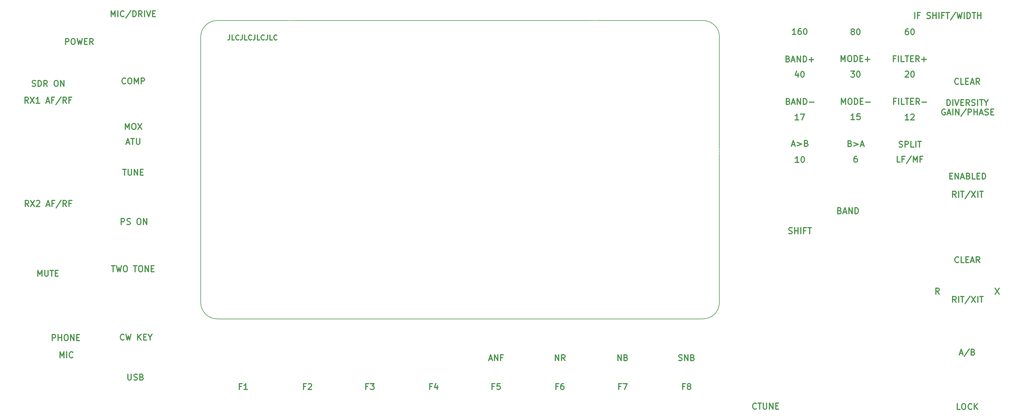
<source format=gto>
G04 #@! TF.GenerationSoftware,KiCad,Pcbnew,(6.0.0)*
G04 #@! TF.CreationDate,2022-08-19T12:31:47+02:00*
G04 #@! TF.ProjectId,Block Schematic Munin 400,426c6f63-6b20-4536-9368-656d61746963,rev?*
G04 #@! TF.SameCoordinates,Original*
G04 #@! TF.FileFunction,Legend,Top*
G04 #@! TF.FilePolarity,Positive*
%FSLAX46Y46*%
G04 Gerber Fmt 4.6, Leading zero omitted, Abs format (unit mm)*
G04 Created by KiCad (PCBNEW (6.0.0)) date 2022-08-19 12:31:47*
%MOMM*%
%LPD*%
G01*
G04 APERTURE LIST*
%ADD10C,0.300000*%
%ADD11C,0.370000*%
%ADD12C,0.200000*%
%ADD13C,0.500000*%
G04 APERTURE END LIST*
D10*
X84642857Y-41178571D02*
X84642857Y-42250000D01*
X84571428Y-42464285D01*
X84428571Y-42607142D01*
X84214285Y-42678571D01*
X84071428Y-42678571D01*
X86071428Y-42678571D02*
X85357142Y-42678571D01*
X85357142Y-41178571D01*
X87428571Y-42535714D02*
X87357142Y-42607142D01*
X87142857Y-42678571D01*
X87000000Y-42678571D01*
X86785714Y-42607142D01*
X86642857Y-42464285D01*
X86571428Y-42321428D01*
X86500000Y-42035714D01*
X86500000Y-41821428D01*
X86571428Y-41535714D01*
X86642857Y-41392857D01*
X86785714Y-41250000D01*
X87000000Y-41178571D01*
X87142857Y-41178571D01*
X87357142Y-41250000D01*
X87428571Y-41321428D01*
X88500000Y-41178571D02*
X88500000Y-42250000D01*
X88428571Y-42464285D01*
X88285714Y-42607142D01*
X88071428Y-42678571D01*
X87928571Y-42678571D01*
X89928571Y-42678571D02*
X89214285Y-42678571D01*
X89214285Y-41178571D01*
X91285714Y-42535714D02*
X91214285Y-42607142D01*
X91000000Y-42678571D01*
X90857142Y-42678571D01*
X90642857Y-42607142D01*
X90500000Y-42464285D01*
X90428571Y-42321428D01*
X90357142Y-42035714D01*
X90357142Y-41821428D01*
X90428571Y-41535714D01*
X90500000Y-41392857D01*
X90642857Y-41250000D01*
X90857142Y-41178571D01*
X91000000Y-41178571D01*
X91214285Y-41250000D01*
X91285714Y-41321428D01*
X92357142Y-41178571D02*
X92357142Y-42250000D01*
X92285714Y-42464285D01*
X92142857Y-42607142D01*
X91928571Y-42678571D01*
X91785714Y-42678571D01*
X93785714Y-42678571D02*
X93071428Y-42678571D01*
X93071428Y-41178571D01*
X95142857Y-42535714D02*
X95071428Y-42607142D01*
X94857142Y-42678571D01*
X94714285Y-42678571D01*
X94500000Y-42607142D01*
X94357142Y-42464285D01*
X94285714Y-42321428D01*
X94214285Y-42035714D01*
X94214285Y-41821428D01*
X94285714Y-41535714D01*
X94357142Y-41392857D01*
X94500000Y-41250000D01*
X94714285Y-41178571D01*
X94857142Y-41178571D01*
X95071428Y-41250000D01*
X95142857Y-41321428D01*
X96214285Y-41178571D02*
X96214285Y-42250000D01*
X96142857Y-42464285D01*
X96000000Y-42607142D01*
X95785714Y-42678571D01*
X95642857Y-42678571D01*
X97642857Y-42678571D02*
X96928571Y-42678571D01*
X96928571Y-41178571D01*
X99000000Y-42535714D02*
X98928571Y-42607142D01*
X98714285Y-42678571D01*
X98571428Y-42678571D01*
X98357142Y-42607142D01*
X98214285Y-42464285D01*
X98142857Y-42321428D01*
X98071428Y-42035714D01*
X98071428Y-41821428D01*
X98142857Y-41535714D01*
X98214285Y-41392857D01*
X98357142Y-41250000D01*
X98571428Y-41178571D01*
X98714285Y-41178571D01*
X98928571Y-41250000D01*
X99000000Y-41321428D01*
D11*
X273812857Y-52224285D02*
X274927142Y-52224285D01*
X274327142Y-52910000D01*
X274584285Y-52910000D01*
X274755714Y-52995714D01*
X274841428Y-53081428D01*
X274927142Y-53252857D01*
X274927142Y-53681428D01*
X274841428Y-53852857D01*
X274755714Y-53938571D01*
X274584285Y-54024285D01*
X274070000Y-54024285D01*
X273898571Y-53938571D01*
X273812857Y-53852857D01*
X276041428Y-52224285D02*
X276212857Y-52224285D01*
X276384285Y-52310000D01*
X276470000Y-52395714D01*
X276555714Y-52567142D01*
X276641428Y-52910000D01*
X276641428Y-53338571D01*
X276555714Y-53681428D01*
X276470000Y-53852857D01*
X276384285Y-53938571D01*
X276212857Y-54024285D01*
X276041428Y-54024285D01*
X275870000Y-53938571D01*
X275784285Y-53852857D01*
X275698571Y-53681428D01*
X275612857Y-53338571D01*
X275612857Y-52910000D01*
X275698571Y-52567142D01*
X275784285Y-52395714D01*
X275870000Y-52310000D01*
X276041428Y-52224285D01*
X23370000Y-93474285D02*
X22770000Y-92617142D01*
X22341428Y-93474285D02*
X22341428Y-91674285D01*
X23027142Y-91674285D01*
X23198571Y-91760000D01*
X23284285Y-91845714D01*
X23370000Y-92017142D01*
X23370000Y-92274285D01*
X23284285Y-92445714D01*
X23198571Y-92531428D01*
X23027142Y-92617142D01*
X22341428Y-92617142D01*
X23970000Y-91674285D02*
X25170000Y-93474285D01*
X25170000Y-91674285D02*
X23970000Y-93474285D01*
X25770000Y-91845714D02*
X25855714Y-91760000D01*
X26027142Y-91674285D01*
X26455714Y-91674285D01*
X26627142Y-91760000D01*
X26712857Y-91845714D01*
X26798571Y-92017142D01*
X26798571Y-92188571D01*
X26712857Y-92445714D01*
X25684285Y-93474285D01*
X26798571Y-93474285D01*
X28855714Y-92960000D02*
X29712857Y-92960000D01*
X28684285Y-93474285D02*
X29284285Y-91674285D01*
X29884285Y-93474285D01*
X31084285Y-92531428D02*
X30484285Y-92531428D01*
X30484285Y-93474285D02*
X30484285Y-91674285D01*
X31341428Y-91674285D01*
X33312857Y-91588571D02*
X31769999Y-93902857D01*
X34941428Y-93474285D02*
X34341428Y-92617142D01*
X33912857Y-93474285D02*
X33912857Y-91674285D01*
X34598571Y-91674285D01*
X34770000Y-91760000D01*
X34855714Y-91845714D01*
X34941428Y-92017142D01*
X34941428Y-92274285D01*
X34855714Y-92445714D01*
X34770000Y-92531428D01*
X34598571Y-92617142D01*
X33912857Y-92617142D01*
X36312857Y-92531428D02*
X35712857Y-92531428D01*
X35712857Y-93474285D02*
X35712857Y-91674285D01*
X36570000Y-91674285D01*
X52870000Y-69974285D02*
X52870000Y-68174285D01*
X53470000Y-69460000D01*
X54070000Y-68174285D01*
X54070000Y-69974285D01*
X55270000Y-68174285D02*
X55612857Y-68174285D01*
X55784285Y-68260000D01*
X55955714Y-68431428D01*
X56041428Y-68774285D01*
X56041428Y-69374285D01*
X55955714Y-69717142D01*
X55784285Y-69888571D01*
X55612857Y-69974285D01*
X55270000Y-69974285D01*
X55098571Y-69888571D01*
X54927142Y-69717142D01*
X54841428Y-69374285D01*
X54841428Y-68774285D01*
X54927142Y-68431428D01*
X55098571Y-68260000D01*
X55270000Y-68174285D01*
X56641428Y-68174285D02*
X57841428Y-69974285D01*
X57841428Y-68174285D02*
X56641428Y-69974285D01*
X274241428Y-40045714D02*
X274070000Y-39960000D01*
X273984285Y-39874285D01*
X273898571Y-39702857D01*
X273898571Y-39617142D01*
X273984285Y-39445714D01*
X274070000Y-39360000D01*
X274241428Y-39274285D01*
X274584285Y-39274285D01*
X274755714Y-39360000D01*
X274841428Y-39445714D01*
X274927142Y-39617142D01*
X274927142Y-39702857D01*
X274841428Y-39874285D01*
X274755714Y-39960000D01*
X274584285Y-40045714D01*
X274241428Y-40045714D01*
X274070000Y-40131428D01*
X273984285Y-40217142D01*
X273898571Y-40388571D01*
X273898571Y-40731428D01*
X273984285Y-40902857D01*
X274070000Y-40988571D01*
X274241428Y-41074285D01*
X274584285Y-41074285D01*
X274755714Y-40988571D01*
X274841428Y-40902857D01*
X274927142Y-40731428D01*
X274927142Y-40388571D01*
X274841428Y-40217142D01*
X274755714Y-40131428D01*
X274584285Y-40045714D01*
X276041428Y-39274285D02*
X276212857Y-39274285D01*
X276384285Y-39360000D01*
X276470000Y-39445714D01*
X276555714Y-39617142D01*
X276641428Y-39960000D01*
X276641428Y-40388571D01*
X276555714Y-40731428D01*
X276470000Y-40902857D01*
X276384285Y-40988571D01*
X276212857Y-41074285D01*
X276041428Y-41074285D01*
X275870000Y-40988571D01*
X275784285Y-40902857D01*
X275698571Y-40731428D01*
X275612857Y-40388571D01*
X275612857Y-39960000D01*
X275698571Y-39617142D01*
X275784285Y-39445714D01*
X275870000Y-39360000D01*
X276041428Y-39274285D01*
X291427142Y-67074285D02*
X290398571Y-67074285D01*
X290912857Y-67074285D02*
X290912857Y-65274285D01*
X290741428Y-65531428D01*
X290570000Y-65702857D01*
X290398571Y-65788571D01*
X292112857Y-65445714D02*
X292198571Y-65360000D01*
X292370000Y-65274285D01*
X292798571Y-65274285D01*
X292970000Y-65360000D01*
X293055714Y-65445714D01*
X293141428Y-65617142D01*
X293141428Y-65788571D01*
X293055714Y-66045714D01*
X292027142Y-67074285D01*
X293141428Y-67074285D01*
X307134285Y-155374285D02*
X306277142Y-155374285D01*
X306277142Y-153574285D01*
X308077142Y-153574285D02*
X308420000Y-153574285D01*
X308591428Y-153660000D01*
X308762857Y-153831428D01*
X308848571Y-154174285D01*
X308848571Y-154774285D01*
X308762857Y-155117142D01*
X308591428Y-155288571D01*
X308420000Y-155374285D01*
X308077142Y-155374285D01*
X307905714Y-155288571D01*
X307734285Y-155117142D01*
X307648571Y-154774285D01*
X307648571Y-154174285D01*
X307734285Y-153831428D01*
X307905714Y-153660000D01*
X308077142Y-153574285D01*
X310648571Y-155202857D02*
X310562857Y-155288571D01*
X310305714Y-155374285D01*
X310134285Y-155374285D01*
X309877142Y-155288571D01*
X309705714Y-155117142D01*
X309620000Y-154945714D01*
X309534285Y-154602857D01*
X309534285Y-154345714D01*
X309620000Y-154002857D01*
X309705714Y-153831428D01*
X309877142Y-153660000D01*
X310134285Y-153574285D01*
X310305714Y-153574285D01*
X310562857Y-153660000D01*
X310648571Y-153745714D01*
X311420000Y-155374285D02*
X311420000Y-153574285D01*
X312448571Y-155374285D02*
X311677142Y-154345714D01*
X312448571Y-153574285D02*
X311420000Y-154602857D01*
X165170000Y-148381428D02*
X164570000Y-148381428D01*
X164570000Y-149324285D02*
X164570000Y-147524285D01*
X165427142Y-147524285D01*
X166970000Y-147524285D02*
X166112857Y-147524285D01*
X166027142Y-148381428D01*
X166112857Y-148295714D01*
X166284285Y-148210000D01*
X166712857Y-148210000D01*
X166884285Y-148295714D01*
X166970000Y-148381428D01*
X167055714Y-148552857D01*
X167055714Y-148981428D01*
X166970000Y-149152857D01*
X166884285Y-149238571D01*
X166712857Y-149324285D01*
X166284285Y-149324285D01*
X166112857Y-149238571D01*
X166027142Y-149152857D01*
X254720000Y-48431428D02*
X254977142Y-48517142D01*
X255062857Y-48602857D01*
X255148571Y-48774285D01*
X255148571Y-49031428D01*
X255062857Y-49202857D01*
X254977142Y-49288571D01*
X254805714Y-49374285D01*
X254120000Y-49374285D01*
X254120000Y-47574285D01*
X254720000Y-47574285D01*
X254891428Y-47660000D01*
X254977142Y-47745714D01*
X255062857Y-47917142D01*
X255062857Y-48088571D01*
X254977142Y-48260000D01*
X254891428Y-48345714D01*
X254720000Y-48431428D01*
X254120000Y-48431428D01*
X255834285Y-48860000D02*
X256691428Y-48860000D01*
X255662857Y-49374285D02*
X256262857Y-47574285D01*
X256862857Y-49374285D01*
X257462857Y-49374285D02*
X257462857Y-47574285D01*
X258491428Y-49374285D01*
X258491428Y-47574285D01*
X259348571Y-49374285D02*
X259348571Y-47574285D01*
X259777142Y-47574285D01*
X260034285Y-47660000D01*
X260205714Y-47831428D01*
X260291428Y-48002857D01*
X260377142Y-48345714D01*
X260377142Y-48602857D01*
X260291428Y-48945714D01*
X260205714Y-49117142D01*
X260034285Y-49288571D01*
X259777142Y-49374285D01*
X259348571Y-49374285D01*
X261148571Y-48688571D02*
X262520000Y-48688571D01*
X261834285Y-49374285D02*
X261834285Y-48002857D01*
X288862857Y-79974285D02*
X288005714Y-79974285D01*
X288005714Y-78174285D01*
X290062857Y-79031428D02*
X289462857Y-79031428D01*
X289462857Y-79974285D02*
X289462857Y-78174285D01*
X290320000Y-78174285D01*
X292291428Y-78088571D02*
X290748571Y-80402857D01*
X292891428Y-79974285D02*
X292891428Y-78174285D01*
X293491428Y-79460000D01*
X294091428Y-78174285D01*
X294091428Y-79974285D01*
X295548571Y-79031428D02*
X294948571Y-79031428D01*
X294948571Y-79974285D02*
X294948571Y-78174285D01*
X295805714Y-78174285D01*
X305898571Y-90674285D02*
X305298571Y-89817142D01*
X304870000Y-90674285D02*
X304870000Y-88874285D01*
X305555714Y-88874285D01*
X305727142Y-88960000D01*
X305812857Y-89045714D01*
X305898571Y-89217142D01*
X305898571Y-89474285D01*
X305812857Y-89645714D01*
X305727142Y-89731428D01*
X305555714Y-89817142D01*
X304870000Y-89817142D01*
X306670000Y-90674285D02*
X306670000Y-88874285D01*
X307270000Y-88874285D02*
X308298571Y-88874285D01*
X307784285Y-90674285D02*
X307784285Y-88874285D01*
X310184285Y-88788571D02*
X308641428Y-91102857D01*
X310612857Y-88874285D02*
X311812857Y-90674285D01*
X311812857Y-88874285D02*
X310612857Y-90674285D01*
X312498571Y-90674285D02*
X312498571Y-88874285D01*
X313098571Y-88874285D02*
X314127142Y-88874285D01*
X313612857Y-90674285D02*
X313612857Y-88874285D01*
X53648571Y-144624285D02*
X53648571Y-146081428D01*
X53734285Y-146252857D01*
X53820000Y-146338571D01*
X53991428Y-146424285D01*
X54334285Y-146424285D01*
X54505714Y-146338571D01*
X54591428Y-146252857D01*
X54677142Y-146081428D01*
X54677142Y-144624285D01*
X55448571Y-146338571D02*
X55705714Y-146424285D01*
X56134285Y-146424285D01*
X56305714Y-146338571D01*
X56391428Y-146252857D01*
X56477142Y-146081428D01*
X56477142Y-145910000D01*
X56391428Y-145738571D01*
X56305714Y-145652857D01*
X56134285Y-145567142D01*
X55791428Y-145481428D01*
X55620000Y-145395714D01*
X55534285Y-145310000D01*
X55448571Y-145138571D01*
X55448571Y-144967142D01*
X55534285Y-144795714D01*
X55620000Y-144710000D01*
X55791428Y-144624285D01*
X56220000Y-144624285D01*
X56477142Y-144710000D01*
X57848571Y-145481428D02*
X58105714Y-145567142D01*
X58191428Y-145652857D01*
X58277142Y-145824285D01*
X58277142Y-146081428D01*
X58191428Y-146252857D01*
X58105714Y-146338571D01*
X57934285Y-146424285D01*
X57248571Y-146424285D01*
X57248571Y-144624285D01*
X57848571Y-144624285D01*
X58020000Y-144710000D01*
X58105714Y-144795714D01*
X58191428Y-144967142D01*
X58191428Y-145138571D01*
X58105714Y-145310000D01*
X58020000Y-145395714D01*
X57848571Y-145481428D01*
X57248571Y-145481428D01*
X288562857Y-75338571D02*
X288820000Y-75424285D01*
X289248571Y-75424285D01*
X289420000Y-75338571D01*
X289505714Y-75252857D01*
X289591428Y-75081428D01*
X289591428Y-74910000D01*
X289505714Y-74738571D01*
X289420000Y-74652857D01*
X289248571Y-74567142D01*
X288905714Y-74481428D01*
X288734285Y-74395714D01*
X288648571Y-74310000D01*
X288562857Y-74138571D01*
X288562857Y-73967142D01*
X288648571Y-73795714D01*
X288734285Y-73710000D01*
X288905714Y-73624285D01*
X289334285Y-73624285D01*
X289591428Y-73710000D01*
X290362857Y-75424285D02*
X290362857Y-73624285D01*
X291048571Y-73624285D01*
X291220000Y-73710000D01*
X291305714Y-73795714D01*
X291391428Y-73967142D01*
X291391428Y-74224285D01*
X291305714Y-74395714D01*
X291220000Y-74481428D01*
X291048571Y-74567142D01*
X290362857Y-74567142D01*
X293020000Y-75424285D02*
X292162857Y-75424285D01*
X292162857Y-73624285D01*
X293620000Y-75424285D02*
X293620000Y-73624285D01*
X294220000Y-73624285D02*
X295248571Y-73624285D01*
X294734285Y-75424285D02*
X294734285Y-73624285D01*
X257070000Y-41024285D02*
X256041428Y-41024285D01*
X256555714Y-41024285D02*
X256555714Y-39224285D01*
X256384285Y-39481428D01*
X256212857Y-39652857D01*
X256041428Y-39738571D01*
X258612857Y-39224285D02*
X258270000Y-39224285D01*
X258098571Y-39310000D01*
X258012857Y-39395714D01*
X257841428Y-39652857D01*
X257755714Y-39995714D01*
X257755714Y-40681428D01*
X257841428Y-40852857D01*
X257927142Y-40938571D01*
X258098571Y-41024285D01*
X258441428Y-41024285D01*
X258612857Y-40938571D01*
X258698571Y-40852857D01*
X258784285Y-40681428D01*
X258784285Y-40252857D01*
X258698571Y-40081428D01*
X258612857Y-39995714D01*
X258441428Y-39910000D01*
X258098571Y-39910000D01*
X257927142Y-39995714D01*
X257841428Y-40081428D01*
X257755714Y-40252857D01*
X259898571Y-39224285D02*
X260070000Y-39224285D01*
X260241428Y-39310000D01*
X260327142Y-39395714D01*
X260412857Y-39567142D01*
X260498571Y-39910000D01*
X260498571Y-40338571D01*
X260412857Y-40681428D01*
X260327142Y-40852857D01*
X260241428Y-40938571D01*
X260070000Y-41024285D01*
X259898571Y-41024285D01*
X259727142Y-40938571D01*
X259641428Y-40852857D01*
X259555714Y-40681428D01*
X259470000Y-40338571D01*
X259470000Y-39910000D01*
X259555714Y-39567142D01*
X259641428Y-39395714D01*
X259727142Y-39310000D01*
X259898571Y-39224285D01*
X303977142Y-84181428D02*
X304577142Y-84181428D01*
X304834285Y-85124285D02*
X303977142Y-85124285D01*
X303977142Y-83324285D01*
X304834285Y-83324285D01*
X305605714Y-85124285D02*
X305605714Y-83324285D01*
X306634285Y-85124285D01*
X306634285Y-83324285D01*
X307405714Y-84610000D02*
X308262857Y-84610000D01*
X307234285Y-85124285D02*
X307834285Y-83324285D01*
X308434285Y-85124285D01*
X309634285Y-84181428D02*
X309891428Y-84267142D01*
X309977142Y-84352857D01*
X310062857Y-84524285D01*
X310062857Y-84781428D01*
X309977142Y-84952857D01*
X309891428Y-85038571D01*
X309720000Y-85124285D01*
X309034285Y-85124285D01*
X309034285Y-83324285D01*
X309634285Y-83324285D01*
X309805714Y-83410000D01*
X309891428Y-83495714D01*
X309977142Y-83667142D01*
X309977142Y-83838571D01*
X309891428Y-84010000D01*
X309805714Y-84095714D01*
X309634285Y-84181428D01*
X309034285Y-84181428D01*
X311691428Y-85124285D02*
X310834285Y-85124285D01*
X310834285Y-83324285D01*
X312291428Y-84181428D02*
X312891428Y-84181428D01*
X313148571Y-85124285D02*
X312291428Y-85124285D01*
X312291428Y-83324285D01*
X313148571Y-83324285D01*
X313920000Y-85124285D02*
X313920000Y-83324285D01*
X314348571Y-83324285D01*
X314605714Y-83410000D01*
X314777142Y-83581428D01*
X314862857Y-83752857D01*
X314948571Y-84095714D01*
X314948571Y-84352857D01*
X314862857Y-84695714D01*
X314777142Y-84867142D01*
X314605714Y-85038571D01*
X314348571Y-85124285D01*
X313920000Y-85124285D01*
X30605714Y-134374285D02*
X30605714Y-132574285D01*
X31291428Y-132574285D01*
X31462857Y-132660000D01*
X31548571Y-132745714D01*
X31634285Y-132917142D01*
X31634285Y-133174285D01*
X31548571Y-133345714D01*
X31462857Y-133431428D01*
X31291428Y-133517142D01*
X30605714Y-133517142D01*
X32405714Y-134374285D02*
X32405714Y-132574285D01*
X32405714Y-133431428D02*
X33434285Y-133431428D01*
X33434285Y-134374285D02*
X33434285Y-132574285D01*
X34634285Y-132574285D02*
X34977142Y-132574285D01*
X35148571Y-132660000D01*
X35320000Y-132831428D01*
X35405714Y-133174285D01*
X35405714Y-133774285D01*
X35320000Y-134117142D01*
X35148571Y-134288571D01*
X34977142Y-134374285D01*
X34634285Y-134374285D01*
X34462857Y-134288571D01*
X34291428Y-134117142D01*
X34205714Y-133774285D01*
X34205714Y-133174285D01*
X34291428Y-132831428D01*
X34462857Y-132660000D01*
X34634285Y-132574285D01*
X36177142Y-134374285D02*
X36177142Y-132574285D01*
X37205714Y-134374285D01*
X37205714Y-132574285D01*
X38062857Y-133431428D02*
X38662857Y-133431428D01*
X38920000Y-134374285D02*
X38062857Y-134374285D01*
X38062857Y-132574285D01*
X38920000Y-132574285D01*
X254927142Y-101688571D02*
X255184285Y-101774285D01*
X255612857Y-101774285D01*
X255784285Y-101688571D01*
X255870000Y-101602857D01*
X255955714Y-101431428D01*
X255955714Y-101260000D01*
X255870000Y-101088571D01*
X255784285Y-101002857D01*
X255612857Y-100917142D01*
X255270000Y-100831428D01*
X255098571Y-100745714D01*
X255012857Y-100660000D01*
X254927142Y-100488571D01*
X254927142Y-100317142D01*
X255012857Y-100145714D01*
X255098571Y-100060000D01*
X255270000Y-99974285D01*
X255698571Y-99974285D01*
X255955714Y-100060000D01*
X256727142Y-101774285D02*
X256727142Y-99974285D01*
X256727142Y-100831428D02*
X257755714Y-100831428D01*
X257755714Y-101774285D02*
X257755714Y-99974285D01*
X258612857Y-101774285D02*
X258612857Y-99974285D01*
X260070000Y-100831428D02*
X259470000Y-100831428D01*
X259470000Y-101774285D02*
X259470000Y-99974285D01*
X260327142Y-99974285D01*
X260755714Y-99974285D02*
X261784285Y-99974285D01*
X261270000Y-101774285D02*
X261270000Y-99974285D01*
X203720000Y-148381428D02*
X203120000Y-148381428D01*
X203120000Y-149324285D02*
X203120000Y-147524285D01*
X203977142Y-147524285D01*
X204491428Y-147524285D02*
X205691428Y-147524285D01*
X204920000Y-149324285D01*
X273562857Y-74281428D02*
X273820000Y-74367142D01*
X273905714Y-74452857D01*
X273991428Y-74624285D01*
X273991428Y-74881428D01*
X273905714Y-75052857D01*
X273820000Y-75138571D01*
X273648571Y-75224285D01*
X272962857Y-75224285D01*
X272962857Y-73424285D01*
X273562857Y-73424285D01*
X273734285Y-73510000D01*
X273820000Y-73595714D01*
X273905714Y-73767142D01*
X273905714Y-73938571D01*
X273820000Y-74110000D01*
X273734285Y-74195714D01*
X273562857Y-74281428D01*
X272962857Y-74281428D01*
X274762857Y-74024285D02*
X276134285Y-74538571D01*
X274762857Y-75052857D01*
X276905714Y-74710000D02*
X277762857Y-74710000D01*
X276734285Y-75224285D02*
X277334285Y-73424285D01*
X277934285Y-75224285D01*
X183855714Y-140474285D02*
X183855714Y-138674285D01*
X184884285Y-140474285D01*
X184884285Y-138674285D01*
X186770000Y-140474285D02*
X186170000Y-139617142D01*
X185741428Y-140474285D02*
X185741428Y-138674285D01*
X186427142Y-138674285D01*
X186598571Y-138760000D01*
X186684285Y-138845714D01*
X186770000Y-139017142D01*
X186770000Y-139274285D01*
X186684285Y-139445714D01*
X186598571Y-139531428D01*
X186427142Y-139617142D01*
X185741428Y-139617142D01*
X245041428Y-155102857D02*
X244955714Y-155188571D01*
X244698571Y-155274285D01*
X244527142Y-155274285D01*
X244270000Y-155188571D01*
X244098571Y-155017142D01*
X244012857Y-154845714D01*
X243927142Y-154502857D01*
X243927142Y-154245714D01*
X244012857Y-153902857D01*
X244098571Y-153731428D01*
X244270000Y-153560000D01*
X244527142Y-153474285D01*
X244698571Y-153474285D01*
X244955714Y-153560000D01*
X245041428Y-153645714D01*
X245555714Y-153474285D02*
X246584285Y-153474285D01*
X246070000Y-155274285D02*
X246070000Y-153474285D01*
X247184285Y-153474285D02*
X247184285Y-154931428D01*
X247270000Y-155102857D01*
X247355714Y-155188571D01*
X247527142Y-155274285D01*
X247870000Y-155274285D01*
X248041428Y-155188571D01*
X248127142Y-155102857D01*
X248212857Y-154931428D01*
X248212857Y-153474285D01*
X249070000Y-155274285D02*
X249070000Y-153474285D01*
X250098571Y-155274285D01*
X250098571Y-153474285D01*
X250955714Y-154331428D02*
X251555714Y-154331428D01*
X251812857Y-155274285D02*
X250955714Y-155274285D01*
X250955714Y-153474285D01*
X251812857Y-153474285D01*
X270898571Y-49274285D02*
X270898571Y-47474285D01*
X271498571Y-48760000D01*
X272098571Y-47474285D01*
X272098571Y-49274285D01*
X273298571Y-47474285D02*
X273641428Y-47474285D01*
X273812857Y-47560000D01*
X273984285Y-47731428D01*
X274070000Y-48074285D01*
X274070000Y-48674285D01*
X273984285Y-49017142D01*
X273812857Y-49188571D01*
X273641428Y-49274285D01*
X273298571Y-49274285D01*
X273127142Y-49188571D01*
X272955714Y-49017142D01*
X272870000Y-48674285D01*
X272870000Y-48074285D01*
X272955714Y-47731428D01*
X273127142Y-47560000D01*
X273298571Y-47474285D01*
X274841428Y-49274285D02*
X274841428Y-47474285D01*
X275270000Y-47474285D01*
X275527142Y-47560000D01*
X275698571Y-47731428D01*
X275784285Y-47902857D01*
X275870000Y-48245714D01*
X275870000Y-48502857D01*
X275784285Y-48845714D01*
X275698571Y-49017142D01*
X275527142Y-49188571D01*
X275270000Y-49274285D01*
X274841428Y-49274285D01*
X276641428Y-48331428D02*
X277241428Y-48331428D01*
X277498571Y-49274285D02*
X276641428Y-49274285D01*
X276641428Y-47474285D01*
X277498571Y-47474285D01*
X278270000Y-48588571D02*
X279641428Y-48588571D01*
X278955714Y-49274285D02*
X278955714Y-47902857D01*
X146170000Y-148381428D02*
X145570000Y-148381428D01*
X145570000Y-149324285D02*
X145570000Y-147524285D01*
X146427142Y-147524285D01*
X147884285Y-148124285D02*
X147884285Y-149324285D01*
X147455714Y-147438571D02*
X147027142Y-148724285D01*
X148141428Y-148724285D01*
X221412857Y-140438571D02*
X221670000Y-140524285D01*
X222098571Y-140524285D01*
X222270000Y-140438571D01*
X222355714Y-140352857D01*
X222441428Y-140181428D01*
X222441428Y-140010000D01*
X222355714Y-139838571D01*
X222270000Y-139752857D01*
X222098571Y-139667142D01*
X221755714Y-139581428D01*
X221584285Y-139495714D01*
X221498571Y-139410000D01*
X221412857Y-139238571D01*
X221412857Y-139067142D01*
X221498571Y-138895714D01*
X221584285Y-138810000D01*
X221755714Y-138724285D01*
X222184285Y-138724285D01*
X222441428Y-138810000D01*
X223212857Y-140524285D02*
X223212857Y-138724285D01*
X224241428Y-140524285D01*
X224241428Y-138724285D01*
X225698571Y-139581428D02*
X225955714Y-139667142D01*
X226041428Y-139752857D01*
X226127142Y-139924285D01*
X226127142Y-140181428D01*
X226041428Y-140352857D01*
X225955714Y-140438571D01*
X225784285Y-140524285D01*
X225098571Y-140524285D01*
X225098571Y-138724285D01*
X225698571Y-138724285D01*
X225870000Y-138810000D01*
X225955714Y-138895714D01*
X226041428Y-139067142D01*
X226041428Y-139238571D01*
X225955714Y-139410000D01*
X225870000Y-139495714D01*
X225698571Y-139581428D01*
X225098571Y-139581428D01*
X126720000Y-148381428D02*
X126120000Y-148381428D01*
X126120000Y-149324285D02*
X126120000Y-147524285D01*
X126977142Y-147524285D01*
X127491428Y-147524285D02*
X128605714Y-147524285D01*
X128005714Y-148210000D01*
X128262857Y-148210000D01*
X128434285Y-148295714D01*
X128520000Y-148381428D01*
X128605714Y-148552857D01*
X128605714Y-148981428D01*
X128520000Y-149152857D01*
X128434285Y-149238571D01*
X128262857Y-149324285D01*
X127748571Y-149324285D01*
X127577142Y-149238571D01*
X127491428Y-149152857D01*
X202855714Y-140474285D02*
X202855714Y-138674285D01*
X203884285Y-140474285D01*
X203884285Y-138674285D01*
X205341428Y-139531428D02*
X205598571Y-139617142D01*
X205684285Y-139702857D01*
X205770000Y-139874285D01*
X205770000Y-140131428D01*
X205684285Y-140302857D01*
X205598571Y-140388571D01*
X205427142Y-140474285D01*
X204741428Y-140474285D01*
X204741428Y-138674285D01*
X205341428Y-138674285D01*
X205512857Y-138760000D01*
X205598571Y-138845714D01*
X205684285Y-139017142D01*
X205684285Y-139188571D01*
X205598571Y-139360000D01*
X205512857Y-139445714D01*
X205341428Y-139531428D01*
X204741428Y-139531428D01*
X32941428Y-139624285D02*
X32941428Y-137824285D01*
X33541428Y-139110000D01*
X34141428Y-137824285D01*
X34141428Y-139624285D01*
X34998571Y-139624285D02*
X34998571Y-137824285D01*
X36884285Y-139452857D02*
X36798571Y-139538571D01*
X36541428Y-139624285D01*
X36370000Y-139624285D01*
X36112857Y-139538571D01*
X35941428Y-139367142D01*
X35855714Y-139195714D01*
X35770000Y-138852857D01*
X35770000Y-138595714D01*
X35855714Y-138252857D01*
X35941428Y-138081428D01*
X36112857Y-137910000D01*
X36370000Y-137824285D01*
X36541428Y-137824285D01*
X36798571Y-137910000D01*
X36884285Y-137995714D01*
X300777142Y-120224285D02*
X300177142Y-119367142D01*
X299748571Y-120224285D02*
X299748571Y-118424285D01*
X300434285Y-118424285D01*
X300605714Y-118510000D01*
X300691428Y-118595714D01*
X300777142Y-118767142D01*
X300777142Y-119024285D01*
X300691428Y-119195714D01*
X300605714Y-119281428D01*
X300434285Y-119367142D01*
X299748571Y-119367142D01*
X257755714Y-52874285D02*
X257755714Y-54074285D01*
X257327142Y-52188571D02*
X256898571Y-53474285D01*
X258012857Y-53474285D01*
X259041428Y-52274285D02*
X259212857Y-52274285D01*
X259384285Y-52360000D01*
X259470000Y-52445714D01*
X259555714Y-52617142D01*
X259641428Y-52960000D01*
X259641428Y-53388571D01*
X259555714Y-53731428D01*
X259470000Y-53902857D01*
X259384285Y-53988571D01*
X259212857Y-54074285D01*
X259041428Y-54074285D01*
X258870000Y-53988571D01*
X258784285Y-53902857D01*
X258698571Y-53731428D01*
X258612857Y-53388571D01*
X258612857Y-52960000D01*
X258698571Y-52617142D01*
X258784285Y-52445714D01*
X258870000Y-52360000D01*
X259041428Y-52274285D01*
X52955714Y-55902857D02*
X52870000Y-55988571D01*
X52612857Y-56074285D01*
X52441428Y-56074285D01*
X52184285Y-55988571D01*
X52012857Y-55817142D01*
X51927142Y-55645714D01*
X51841428Y-55302857D01*
X51841428Y-55045714D01*
X51927142Y-54702857D01*
X52012857Y-54531428D01*
X52184285Y-54360000D01*
X52441428Y-54274285D01*
X52612857Y-54274285D01*
X52870000Y-54360000D01*
X52955714Y-54445714D01*
X54070000Y-54274285D02*
X54412857Y-54274285D01*
X54584285Y-54360000D01*
X54755714Y-54531428D01*
X54841428Y-54874285D01*
X54841428Y-55474285D01*
X54755714Y-55817142D01*
X54584285Y-55988571D01*
X54412857Y-56074285D01*
X54070000Y-56074285D01*
X53898571Y-55988571D01*
X53727142Y-55817142D01*
X53641428Y-55474285D01*
X53641428Y-54874285D01*
X53727142Y-54531428D01*
X53898571Y-54360000D01*
X54070000Y-54274285D01*
X55612857Y-56074285D02*
X55612857Y-54274285D01*
X56212857Y-55560000D01*
X56812857Y-54274285D01*
X56812857Y-56074285D01*
X57670000Y-56074285D02*
X57670000Y-54274285D01*
X58355714Y-54274285D01*
X58527142Y-54360000D01*
X58612857Y-54445714D01*
X58698571Y-54617142D01*
X58698571Y-54874285D01*
X58612857Y-55045714D01*
X58527142Y-55131428D01*
X58355714Y-55217142D01*
X57670000Y-55217142D01*
X48662857Y-111574285D02*
X49691428Y-111574285D01*
X49177142Y-113374285D02*
X49177142Y-111574285D01*
X50119999Y-111574285D02*
X50548571Y-113374285D01*
X50891428Y-112088571D01*
X51234285Y-113374285D01*
X51662857Y-111574285D01*
X52691428Y-111574285D02*
X53034285Y-111574285D01*
X53205714Y-111660000D01*
X53377142Y-111831428D01*
X53462857Y-112174285D01*
X53462857Y-112774285D01*
X53377142Y-113117142D01*
X53205714Y-113288571D01*
X53034285Y-113374285D01*
X52691428Y-113374285D01*
X52519999Y-113288571D01*
X52348571Y-113117142D01*
X52262857Y-112774285D01*
X52262857Y-112174285D01*
X52348571Y-111831428D01*
X52519999Y-111660000D01*
X52691428Y-111574285D01*
X55348571Y-111574285D02*
X56377142Y-111574285D01*
X55862857Y-113374285D02*
X55862857Y-111574285D01*
X57319999Y-111574285D02*
X57662857Y-111574285D01*
X57834285Y-111660000D01*
X58005714Y-111831428D01*
X58091428Y-112174285D01*
X58091428Y-112774285D01*
X58005714Y-113117142D01*
X57834285Y-113288571D01*
X57662857Y-113374285D01*
X57319999Y-113374285D01*
X57148571Y-113288571D01*
X56977142Y-113117142D01*
X56891428Y-112774285D01*
X56891428Y-112174285D01*
X56977142Y-111831428D01*
X57148571Y-111660000D01*
X57319999Y-111574285D01*
X58862857Y-113374285D02*
X58862857Y-111574285D01*
X59891428Y-113374285D01*
X59891428Y-111574285D01*
X60748571Y-112431428D02*
X61348571Y-112431428D01*
X61605714Y-113374285D02*
X60748571Y-113374285D01*
X60748571Y-111574285D01*
X61605714Y-111574285D01*
X306998571Y-138310000D02*
X307855714Y-138310000D01*
X306827142Y-138824285D02*
X307427142Y-137024285D01*
X308027142Y-138824285D01*
X309912857Y-136938571D02*
X308370000Y-139252857D01*
X311112857Y-137881428D02*
X311370000Y-137967142D01*
X311455714Y-138052857D01*
X311541428Y-138224285D01*
X311541428Y-138481428D01*
X311455714Y-138652857D01*
X311370000Y-138738571D01*
X311198571Y-138824285D01*
X310512857Y-138824285D01*
X310512857Y-137024285D01*
X311112857Y-137024285D01*
X311284285Y-137110000D01*
X311370000Y-137195714D01*
X311455714Y-137367142D01*
X311455714Y-137538571D01*
X311370000Y-137710000D01*
X311284285Y-137795714D01*
X311112857Y-137881428D01*
X310512857Y-137881428D01*
X23320000Y-61974285D02*
X22720000Y-61117142D01*
X22291428Y-61974285D02*
X22291428Y-60174285D01*
X22977142Y-60174285D01*
X23148571Y-60260000D01*
X23234285Y-60345714D01*
X23320000Y-60517142D01*
X23320000Y-60774285D01*
X23234285Y-60945714D01*
X23148571Y-61031428D01*
X22977142Y-61117142D01*
X22291428Y-61117142D01*
X23920000Y-60174285D02*
X25120000Y-61974285D01*
X25120000Y-60174285D02*
X23920000Y-61974285D01*
X26748571Y-61974285D02*
X25720000Y-61974285D01*
X26234285Y-61974285D02*
X26234285Y-60174285D01*
X26062857Y-60431428D01*
X25891428Y-60602857D01*
X25720000Y-60688571D01*
X28805714Y-61460000D02*
X29662857Y-61460000D01*
X28634285Y-61974285D02*
X29234285Y-60174285D01*
X29834285Y-61974285D01*
X31034285Y-61031428D02*
X30434285Y-61031428D01*
X30434285Y-61974285D02*
X30434285Y-60174285D01*
X31291428Y-60174285D01*
X33262857Y-60088571D02*
X31719999Y-62402857D01*
X34891428Y-61974285D02*
X34291428Y-61117142D01*
X33862857Y-61974285D02*
X33862857Y-60174285D01*
X34548571Y-60174285D01*
X34720000Y-60260000D01*
X34805714Y-60345714D01*
X34891428Y-60517142D01*
X34891428Y-60774285D01*
X34805714Y-60945714D01*
X34720000Y-61031428D01*
X34548571Y-61117142D01*
X33862857Y-61117142D01*
X36262857Y-61031428D02*
X35662857Y-61031428D01*
X35662857Y-61974285D02*
X35662857Y-60174285D01*
X36520000Y-60174285D01*
X34662857Y-44074285D02*
X34662857Y-42274285D01*
X35348571Y-42274285D01*
X35520000Y-42360000D01*
X35605714Y-42445714D01*
X35691428Y-42617142D01*
X35691428Y-42874285D01*
X35605714Y-43045714D01*
X35520000Y-43131428D01*
X35348571Y-43217142D01*
X34662857Y-43217142D01*
X36805714Y-42274285D02*
X37148571Y-42274285D01*
X37320000Y-42360000D01*
X37491428Y-42531428D01*
X37577142Y-42874285D01*
X37577142Y-43474285D01*
X37491428Y-43817142D01*
X37320000Y-43988571D01*
X37148571Y-44074285D01*
X36805714Y-44074285D01*
X36634285Y-43988571D01*
X36462857Y-43817142D01*
X36377142Y-43474285D01*
X36377142Y-42874285D01*
X36462857Y-42531428D01*
X36634285Y-42360000D01*
X36805714Y-42274285D01*
X38177142Y-42274285D02*
X38605714Y-44074285D01*
X38948571Y-42788571D01*
X39291428Y-44074285D01*
X39720000Y-42274285D01*
X40405714Y-43131428D02*
X41005714Y-43131428D01*
X41262857Y-44074285D02*
X40405714Y-44074285D01*
X40405714Y-42274285D01*
X41262857Y-42274285D01*
X43062857Y-44074285D02*
X42462857Y-43217142D01*
X42034285Y-44074285D02*
X42034285Y-42274285D01*
X42720000Y-42274285D01*
X42891428Y-42360000D01*
X42977142Y-42445714D01*
X43062857Y-42617142D01*
X43062857Y-42874285D01*
X42977142Y-43045714D01*
X42891428Y-43131428D01*
X42720000Y-43217142D01*
X42034285Y-43217142D01*
X291255714Y-39274285D02*
X290912857Y-39274285D01*
X290741428Y-39360000D01*
X290655714Y-39445714D01*
X290484285Y-39702857D01*
X290398571Y-40045714D01*
X290398571Y-40731428D01*
X290484285Y-40902857D01*
X290570000Y-40988571D01*
X290741428Y-41074285D01*
X291084285Y-41074285D01*
X291255714Y-40988571D01*
X291341428Y-40902857D01*
X291427142Y-40731428D01*
X291427142Y-40302857D01*
X291341428Y-40131428D01*
X291255714Y-40045714D01*
X291084285Y-39960000D01*
X290741428Y-39960000D01*
X290570000Y-40045714D01*
X290484285Y-40131428D01*
X290398571Y-40302857D01*
X292541428Y-39274285D02*
X292712857Y-39274285D01*
X292884285Y-39360000D01*
X292970000Y-39445714D01*
X293055714Y-39617142D01*
X293141428Y-39960000D01*
X293141428Y-40388571D01*
X293055714Y-40731428D01*
X292970000Y-40902857D01*
X292884285Y-40988571D01*
X292712857Y-41074285D01*
X292541428Y-41074285D01*
X292370000Y-40988571D01*
X292284285Y-40902857D01*
X292198571Y-40731428D01*
X292112857Y-40388571D01*
X292112857Y-39960000D01*
X292198571Y-39617142D01*
X292284285Y-39445714D01*
X292370000Y-39360000D01*
X292541428Y-39274285D01*
X287455714Y-61381428D02*
X286855714Y-61381428D01*
X286855714Y-62324285D02*
X286855714Y-60524285D01*
X287712857Y-60524285D01*
X288398571Y-62324285D02*
X288398571Y-60524285D01*
X290112857Y-62324285D02*
X289255714Y-62324285D01*
X289255714Y-60524285D01*
X290455714Y-60524285D02*
X291484285Y-60524285D01*
X290970000Y-62324285D02*
X290970000Y-60524285D01*
X292084285Y-61381428D02*
X292684285Y-61381428D01*
X292941428Y-62324285D02*
X292084285Y-62324285D01*
X292084285Y-60524285D01*
X292941428Y-60524285D01*
X294741428Y-62324285D02*
X294141428Y-61467142D01*
X293712857Y-62324285D02*
X293712857Y-60524285D01*
X294398571Y-60524285D01*
X294570000Y-60610000D01*
X294655714Y-60695714D01*
X294741428Y-60867142D01*
X294741428Y-61124285D01*
X294655714Y-61295714D01*
X294570000Y-61381428D01*
X294398571Y-61467142D01*
X293712857Y-61467142D01*
X295512857Y-61638571D02*
X296884285Y-61638571D01*
X270484285Y-94731428D02*
X270741428Y-94817142D01*
X270827142Y-94902857D01*
X270912857Y-95074285D01*
X270912857Y-95331428D01*
X270827142Y-95502857D01*
X270741428Y-95588571D01*
X270570000Y-95674285D01*
X269884285Y-95674285D01*
X269884285Y-93874285D01*
X270484285Y-93874285D01*
X270655714Y-93960000D01*
X270741428Y-94045714D01*
X270827142Y-94217142D01*
X270827142Y-94388571D01*
X270741428Y-94560000D01*
X270655714Y-94645714D01*
X270484285Y-94731428D01*
X269884285Y-94731428D01*
X271598571Y-95160000D02*
X272455714Y-95160000D01*
X271427142Y-95674285D02*
X272027142Y-93874285D01*
X272627142Y-95674285D01*
X273227142Y-95674285D02*
X273227142Y-93874285D01*
X274255714Y-95674285D01*
X274255714Y-93874285D01*
X275112857Y-95674285D02*
X275112857Y-93874285D01*
X275541428Y-93874285D01*
X275798571Y-93960000D01*
X275970000Y-94131428D01*
X276055714Y-94302857D01*
X276141428Y-94645714D01*
X276141428Y-94902857D01*
X276055714Y-95245714D01*
X275970000Y-95417142D01*
X275798571Y-95588571D01*
X275541428Y-95674285D01*
X275112857Y-95674285D01*
X254770000Y-61431428D02*
X255027142Y-61517142D01*
X255112857Y-61602857D01*
X255198571Y-61774285D01*
X255198571Y-62031428D01*
X255112857Y-62202857D01*
X255027142Y-62288571D01*
X254855714Y-62374285D01*
X254170000Y-62374285D01*
X254170000Y-60574285D01*
X254770000Y-60574285D01*
X254941428Y-60660000D01*
X255027142Y-60745714D01*
X255112857Y-60917142D01*
X255112857Y-61088571D01*
X255027142Y-61260000D01*
X254941428Y-61345714D01*
X254770000Y-61431428D01*
X254170000Y-61431428D01*
X255884285Y-61860000D02*
X256741428Y-61860000D01*
X255712857Y-62374285D02*
X256312857Y-60574285D01*
X256912857Y-62374285D01*
X257512857Y-62374285D02*
X257512857Y-60574285D01*
X258541428Y-62374285D01*
X258541428Y-60574285D01*
X259398571Y-62374285D02*
X259398571Y-60574285D01*
X259827142Y-60574285D01*
X260084285Y-60660000D01*
X260255714Y-60831428D01*
X260341428Y-61002857D01*
X260427142Y-61345714D01*
X260427142Y-61602857D01*
X260341428Y-61945714D01*
X260255714Y-62117142D01*
X260084285Y-62288571D01*
X259827142Y-62374285D01*
X259398571Y-62374285D01*
X261198571Y-61688571D02*
X262570000Y-61688571D01*
X305898571Y-122724285D02*
X305298571Y-121867142D01*
X304870000Y-122724285D02*
X304870000Y-120924285D01*
X305555714Y-120924285D01*
X305727142Y-121010000D01*
X305812857Y-121095714D01*
X305898571Y-121267142D01*
X305898571Y-121524285D01*
X305812857Y-121695714D01*
X305727142Y-121781428D01*
X305555714Y-121867142D01*
X304870000Y-121867142D01*
X306670000Y-122724285D02*
X306670000Y-120924285D01*
X307270000Y-120924285D02*
X308298571Y-120924285D01*
X307784285Y-122724285D02*
X307784285Y-120924285D01*
X310184285Y-120838571D02*
X308641428Y-123152857D01*
X310612857Y-120924285D02*
X311812857Y-122724285D01*
X311812857Y-120924285D02*
X310612857Y-122724285D01*
X312498571Y-122724285D02*
X312498571Y-120924285D01*
X313098571Y-120924285D02*
X314127142Y-120924285D01*
X313612857Y-122724285D02*
X313612857Y-120924285D01*
X306662857Y-110452857D02*
X306577142Y-110538571D01*
X306320000Y-110624285D01*
X306148571Y-110624285D01*
X305891428Y-110538571D01*
X305720000Y-110367142D01*
X305634285Y-110195714D01*
X305548571Y-109852857D01*
X305548571Y-109595714D01*
X305634285Y-109252857D01*
X305720000Y-109081428D01*
X305891428Y-108910000D01*
X306148571Y-108824285D01*
X306320000Y-108824285D01*
X306577142Y-108910000D01*
X306662857Y-108995714D01*
X308291428Y-110624285D02*
X307434285Y-110624285D01*
X307434285Y-108824285D01*
X308891428Y-109681428D02*
X309491428Y-109681428D01*
X309748571Y-110624285D02*
X308891428Y-110624285D01*
X308891428Y-108824285D01*
X309748571Y-108824285D01*
X310434285Y-110110000D02*
X311291428Y-110110000D01*
X310262857Y-110624285D02*
X310862857Y-108824285D01*
X311462857Y-110624285D01*
X313091428Y-110624285D02*
X312491428Y-109767142D01*
X312062857Y-110624285D02*
X312062857Y-108824285D01*
X312748571Y-108824285D01*
X312920000Y-108910000D01*
X313005714Y-108995714D01*
X313091428Y-109167142D01*
X313091428Y-109424285D01*
X313005714Y-109595714D01*
X312920000Y-109681428D01*
X312748571Y-109767142D01*
X312062857Y-109767142D01*
X53212857Y-74010000D02*
X54070000Y-74010000D01*
X53041428Y-74524285D02*
X53641428Y-72724285D01*
X54241428Y-74524285D01*
X54584285Y-72724285D02*
X55612857Y-72724285D01*
X55098571Y-74524285D02*
X55098571Y-72724285D01*
X56212857Y-72724285D02*
X56212857Y-74181428D01*
X56298571Y-74352857D01*
X56384285Y-74438571D01*
X56555714Y-74524285D01*
X56898571Y-74524285D01*
X57070000Y-74438571D01*
X57155714Y-74352857D01*
X57241428Y-74181428D01*
X57241428Y-72724285D01*
X88170000Y-148381428D02*
X87570000Y-148381428D01*
X87570000Y-149324285D02*
X87570000Y-147524285D01*
X88427142Y-147524285D01*
X90055714Y-149324285D02*
X89027142Y-149324285D01*
X89541428Y-149324285D02*
X89541428Y-147524285D01*
X89370000Y-147781428D01*
X89198571Y-147952857D01*
X89027142Y-148038571D01*
X306612857Y-56052857D02*
X306527142Y-56138571D01*
X306270000Y-56224285D01*
X306098571Y-56224285D01*
X305841428Y-56138571D01*
X305670000Y-55967142D01*
X305584285Y-55795714D01*
X305498571Y-55452857D01*
X305498571Y-55195714D01*
X305584285Y-54852857D01*
X305670000Y-54681428D01*
X305841428Y-54510000D01*
X306098571Y-54424285D01*
X306270000Y-54424285D01*
X306527142Y-54510000D01*
X306612857Y-54595714D01*
X308241428Y-56224285D02*
X307384285Y-56224285D01*
X307384285Y-54424285D01*
X308841428Y-55281428D02*
X309441428Y-55281428D01*
X309698571Y-56224285D02*
X308841428Y-56224285D01*
X308841428Y-54424285D01*
X309698571Y-54424285D01*
X310384285Y-55710000D02*
X311241428Y-55710000D01*
X310212857Y-56224285D02*
X310812857Y-54424285D01*
X311412857Y-56224285D01*
X313041428Y-56224285D02*
X312441428Y-55367142D01*
X312012857Y-56224285D02*
X312012857Y-54424285D01*
X312698571Y-54424285D01*
X312870000Y-54510000D01*
X312955714Y-54595714D01*
X313041428Y-54767142D01*
X313041428Y-55024285D01*
X312955714Y-55195714D01*
X312870000Y-55281428D01*
X312698571Y-55367142D01*
X312012857Y-55367142D01*
X52427142Y-134052857D02*
X52341428Y-134138571D01*
X52084285Y-134224285D01*
X51912857Y-134224285D01*
X51655714Y-134138571D01*
X51484285Y-133967142D01*
X51398571Y-133795714D01*
X51312857Y-133452857D01*
X51312857Y-133195714D01*
X51398571Y-132852857D01*
X51484285Y-132681428D01*
X51655714Y-132510000D01*
X51912857Y-132424285D01*
X52084285Y-132424285D01*
X52341428Y-132510000D01*
X52427142Y-132595714D01*
X53027142Y-132424285D02*
X53455714Y-134224285D01*
X53798571Y-132938571D01*
X54141428Y-134224285D01*
X54570000Y-132424285D01*
X56627142Y-134224285D02*
X56627142Y-132424285D01*
X57655714Y-134224285D02*
X56884285Y-133195714D01*
X57655714Y-132424285D02*
X56627142Y-133452857D01*
X58427142Y-133281428D02*
X59027142Y-133281428D01*
X59284285Y-134224285D02*
X58427142Y-134224285D01*
X58427142Y-132424285D01*
X59284285Y-132424285D01*
X60398571Y-133367142D02*
X60398571Y-134224285D01*
X59798571Y-132424285D02*
X60398571Y-133367142D01*
X60998571Y-132424285D01*
X290398571Y-52395714D02*
X290484285Y-52310000D01*
X290655714Y-52224285D01*
X291084285Y-52224285D01*
X291255714Y-52310000D01*
X291341428Y-52395714D01*
X291427142Y-52567142D01*
X291427142Y-52738571D01*
X291341428Y-52995714D01*
X290312857Y-54024285D01*
X291427142Y-54024285D01*
X292541428Y-52224285D02*
X292712857Y-52224285D01*
X292884285Y-52310000D01*
X292970000Y-52395714D01*
X293055714Y-52567142D01*
X293141428Y-52910000D01*
X293141428Y-53338571D01*
X293055714Y-53681428D01*
X292970000Y-53852857D01*
X292884285Y-53938571D01*
X292712857Y-54024285D01*
X292541428Y-54024285D01*
X292370000Y-53938571D01*
X292284285Y-53852857D01*
X292198571Y-53681428D01*
X292112857Y-53338571D01*
X292112857Y-52910000D01*
X292198571Y-52567142D01*
X292284285Y-52395714D01*
X292370000Y-52310000D01*
X292541428Y-52224285D01*
X257977142Y-80024285D02*
X256948571Y-80024285D01*
X257462857Y-80024285D02*
X257462857Y-78224285D01*
X257291428Y-78481428D01*
X257120000Y-78652857D01*
X256948571Y-78738571D01*
X259091428Y-78224285D02*
X259262857Y-78224285D01*
X259434285Y-78310000D01*
X259520000Y-78395714D01*
X259605714Y-78567142D01*
X259691428Y-78910000D01*
X259691428Y-79338571D01*
X259605714Y-79681428D01*
X259520000Y-79852857D01*
X259434285Y-79938571D01*
X259262857Y-80024285D01*
X259091428Y-80024285D01*
X258920000Y-79938571D01*
X258834285Y-79852857D01*
X258748571Y-79681428D01*
X258662857Y-79338571D01*
X258662857Y-78910000D01*
X258748571Y-78567142D01*
X258834285Y-78395714D01*
X258920000Y-78310000D01*
X259091428Y-78224285D01*
X51620000Y-98974285D02*
X51620000Y-97174285D01*
X52305714Y-97174285D01*
X52477142Y-97260000D01*
X52562857Y-97345714D01*
X52648571Y-97517142D01*
X52648571Y-97774285D01*
X52562857Y-97945714D01*
X52477142Y-98031428D01*
X52305714Y-98117142D01*
X51620000Y-98117142D01*
X53334285Y-98888571D02*
X53591428Y-98974285D01*
X54020000Y-98974285D01*
X54191428Y-98888571D01*
X54277142Y-98802857D01*
X54362857Y-98631428D01*
X54362857Y-98460000D01*
X54277142Y-98288571D01*
X54191428Y-98202857D01*
X54020000Y-98117142D01*
X53677142Y-98031428D01*
X53505714Y-97945714D01*
X53420000Y-97860000D01*
X53334285Y-97688571D01*
X53334285Y-97517142D01*
X53420000Y-97345714D01*
X53505714Y-97260000D01*
X53677142Y-97174285D01*
X54105714Y-97174285D01*
X54362857Y-97260000D01*
X56848571Y-97174285D02*
X57191428Y-97174285D01*
X57362857Y-97260000D01*
X57534285Y-97431428D01*
X57620000Y-97774285D01*
X57620000Y-98374285D01*
X57534285Y-98717142D01*
X57362857Y-98888571D01*
X57191428Y-98974285D01*
X56848571Y-98974285D01*
X56677142Y-98888571D01*
X56505714Y-98717142D01*
X56420000Y-98374285D01*
X56420000Y-97774285D01*
X56505714Y-97431428D01*
X56677142Y-97260000D01*
X56848571Y-97174285D01*
X58391428Y-98974285D02*
X58391428Y-97174285D01*
X59420000Y-98974285D01*
X59420000Y-97174285D01*
X52055714Y-82124285D02*
X53084285Y-82124285D01*
X52570000Y-83924285D02*
X52570000Y-82124285D01*
X53684285Y-82124285D02*
X53684285Y-83581428D01*
X53770000Y-83752857D01*
X53855714Y-83838571D01*
X54027142Y-83924285D01*
X54370000Y-83924285D01*
X54541428Y-83838571D01*
X54627142Y-83752857D01*
X54712857Y-83581428D01*
X54712857Y-82124285D01*
X55570000Y-83924285D02*
X55570000Y-82124285D01*
X56598571Y-83924285D01*
X56598571Y-82124285D01*
X57455714Y-82981428D02*
X58055714Y-82981428D01*
X58312857Y-83924285D02*
X57455714Y-83924285D01*
X57455714Y-82124285D01*
X58312857Y-82124285D01*
X293318732Y-36145076D02*
X293318732Y-34345076D01*
X294775875Y-35202219D02*
X294175875Y-35202219D01*
X294175875Y-36145076D02*
X294175875Y-34345076D01*
X295033018Y-34345076D01*
X297004446Y-36059362D02*
X297261589Y-36145076D01*
X297690161Y-36145076D01*
X297861589Y-36059362D01*
X297947303Y-35973648D01*
X298033018Y-35802219D01*
X298033018Y-35630791D01*
X297947303Y-35459362D01*
X297861589Y-35373648D01*
X297690161Y-35287933D01*
X297347303Y-35202219D01*
X297175875Y-35116505D01*
X297090161Y-35030791D01*
X297004446Y-34859362D01*
X297004446Y-34687933D01*
X297090161Y-34516505D01*
X297175875Y-34430791D01*
X297347303Y-34345076D01*
X297775875Y-34345076D01*
X298033018Y-34430791D01*
X298804446Y-36145076D02*
X298804446Y-34345076D01*
X298804446Y-35202219D02*
X299833018Y-35202219D01*
X299833018Y-36145076D02*
X299833018Y-34345076D01*
X300690161Y-36145076D02*
X300690161Y-34345076D01*
X302147303Y-35202219D02*
X301547303Y-35202219D01*
X301547303Y-36145076D02*
X301547303Y-34345076D01*
X302404446Y-34345076D01*
X302833018Y-34345076D02*
X303861589Y-34345076D01*
X303347303Y-36145076D02*
X303347303Y-34345076D01*
X305747303Y-34259362D02*
X304204446Y-36573648D01*
X306175875Y-34345076D02*
X306604446Y-36145076D01*
X306947303Y-34859362D01*
X307290161Y-36145076D01*
X307718732Y-34345076D01*
X308404446Y-36145076D02*
X308404446Y-34345076D01*
X309261589Y-36145076D02*
X309261589Y-34345076D01*
X309690161Y-34345076D01*
X309947303Y-34430791D01*
X310118732Y-34602219D01*
X310204446Y-34773648D01*
X310290161Y-35116505D01*
X310290161Y-35373648D01*
X310204446Y-35716505D01*
X310118732Y-35887933D01*
X309947303Y-36059362D01*
X309690161Y-36145076D01*
X309261589Y-36145076D01*
X310804446Y-34345076D02*
X311833018Y-34345076D01*
X311318732Y-36145076D02*
X311318732Y-34345076D01*
X312433018Y-36145076D02*
X312433018Y-34345076D01*
X312433018Y-35202219D02*
X313461589Y-35202219D01*
X313461589Y-36145076D02*
X313461589Y-34345076D01*
X26227142Y-114774285D02*
X26227142Y-112974285D01*
X26827142Y-114260000D01*
X27427142Y-112974285D01*
X27427142Y-114774285D01*
X28284285Y-112974285D02*
X28284285Y-114431428D01*
X28370000Y-114602857D01*
X28455714Y-114688571D01*
X28627142Y-114774285D01*
X28970000Y-114774285D01*
X29141428Y-114688571D01*
X29227142Y-114602857D01*
X29312857Y-114431428D01*
X29312857Y-112974285D01*
X29912857Y-112974285D02*
X30941428Y-112974285D01*
X30427142Y-114774285D02*
X30427142Y-112974285D01*
X31541428Y-113831428D02*
X32141428Y-113831428D01*
X32398571Y-114774285D02*
X31541428Y-114774285D01*
X31541428Y-112974285D01*
X32398571Y-112974285D01*
X24484285Y-56738571D02*
X24741428Y-56824285D01*
X25170000Y-56824285D01*
X25341428Y-56738571D01*
X25427142Y-56652857D01*
X25512857Y-56481428D01*
X25512857Y-56310000D01*
X25427142Y-56138571D01*
X25341428Y-56052857D01*
X25170000Y-55967142D01*
X24827142Y-55881428D01*
X24655714Y-55795714D01*
X24570000Y-55710000D01*
X24484285Y-55538571D01*
X24484285Y-55367142D01*
X24570000Y-55195714D01*
X24655714Y-55110000D01*
X24827142Y-55024285D01*
X25255714Y-55024285D01*
X25512857Y-55110000D01*
X26284285Y-56824285D02*
X26284285Y-55024285D01*
X26712857Y-55024285D01*
X26970000Y-55110000D01*
X27141428Y-55281428D01*
X27227142Y-55452857D01*
X27312857Y-55795714D01*
X27312857Y-56052857D01*
X27227142Y-56395714D01*
X27141428Y-56567142D01*
X26970000Y-56738571D01*
X26712857Y-56824285D01*
X26284285Y-56824285D01*
X29112857Y-56824285D02*
X28512857Y-55967142D01*
X28084285Y-56824285D02*
X28084285Y-55024285D01*
X28770000Y-55024285D01*
X28941428Y-55110000D01*
X29027142Y-55195714D01*
X29112857Y-55367142D01*
X29112857Y-55624285D01*
X29027142Y-55795714D01*
X28941428Y-55881428D01*
X28770000Y-55967142D01*
X28084285Y-55967142D01*
X31598571Y-55024285D02*
X31941428Y-55024285D01*
X32112857Y-55110000D01*
X32284285Y-55281428D01*
X32370000Y-55624285D01*
X32370000Y-56224285D01*
X32284285Y-56567142D01*
X32112857Y-56738571D01*
X31941428Y-56824285D01*
X31598571Y-56824285D01*
X31427142Y-56738571D01*
X31255714Y-56567142D01*
X31170000Y-56224285D01*
X31170000Y-55624285D01*
X31255714Y-55281428D01*
X31427142Y-55110000D01*
X31598571Y-55024285D01*
X33141428Y-56824285D02*
X33141428Y-55024285D01*
X34170000Y-56824285D01*
X34170000Y-55024285D01*
X48534285Y-35574285D02*
X48534285Y-33774285D01*
X49134285Y-35060000D01*
X49734285Y-33774285D01*
X49734285Y-35574285D01*
X50591428Y-35574285D02*
X50591428Y-33774285D01*
X52477142Y-35402857D02*
X52391428Y-35488571D01*
X52134285Y-35574285D01*
X51962857Y-35574285D01*
X51705714Y-35488571D01*
X51534285Y-35317142D01*
X51448571Y-35145714D01*
X51362857Y-34802857D01*
X51362857Y-34545714D01*
X51448571Y-34202857D01*
X51534285Y-34031428D01*
X51705714Y-33860000D01*
X51962857Y-33774285D01*
X52134285Y-33774285D01*
X52391428Y-33860000D01*
X52477142Y-33945714D01*
X54534285Y-33688571D02*
X52991428Y-36002857D01*
X55134285Y-35574285D02*
X55134285Y-33774285D01*
X55562857Y-33774285D01*
X55820000Y-33860000D01*
X55991428Y-34031428D01*
X56077142Y-34202857D01*
X56162857Y-34545714D01*
X56162857Y-34802857D01*
X56077142Y-35145714D01*
X55991428Y-35317142D01*
X55820000Y-35488571D01*
X55562857Y-35574285D01*
X55134285Y-35574285D01*
X57962857Y-35574285D02*
X57362857Y-34717142D01*
X56934285Y-35574285D02*
X56934285Y-33774285D01*
X57620000Y-33774285D01*
X57791428Y-33860000D01*
X57877142Y-33945714D01*
X57962857Y-34117142D01*
X57962857Y-34374285D01*
X57877142Y-34545714D01*
X57791428Y-34631428D01*
X57620000Y-34717142D01*
X56934285Y-34717142D01*
X58734285Y-35574285D02*
X58734285Y-33774285D01*
X59334285Y-33774285D02*
X59934285Y-35574285D01*
X60534285Y-33774285D01*
X61134285Y-34631428D02*
X61734285Y-34631428D01*
X61991428Y-35574285D02*
X61134285Y-35574285D01*
X61134285Y-33774285D01*
X61991428Y-33774285D01*
X275662857Y-78174285D02*
X275320000Y-78174285D01*
X275148571Y-78260000D01*
X275062857Y-78345714D01*
X274891428Y-78602857D01*
X274805714Y-78945714D01*
X274805714Y-79631428D01*
X274891428Y-79802857D01*
X274977142Y-79888571D01*
X275148571Y-79974285D01*
X275491428Y-79974285D01*
X275662857Y-79888571D01*
X275748571Y-79802857D01*
X275834285Y-79631428D01*
X275834285Y-79202857D01*
X275748571Y-79031428D01*
X275662857Y-78945714D01*
X275491428Y-78860000D01*
X275148571Y-78860000D01*
X274977142Y-78945714D01*
X274891428Y-79031428D01*
X274805714Y-79202857D01*
X317820000Y-118424285D02*
X319020000Y-120224285D01*
X319020000Y-118424285D02*
X317820000Y-120224285D01*
X302520000Y-63860000D02*
X302348571Y-63774285D01*
X302091428Y-63774285D01*
X301834285Y-63860000D01*
X301662857Y-64031428D01*
X301577142Y-64202857D01*
X301491428Y-64545714D01*
X301491428Y-64802857D01*
X301577142Y-65145714D01*
X301662857Y-65317142D01*
X301834285Y-65488571D01*
X302091428Y-65574285D01*
X302262857Y-65574285D01*
X302520000Y-65488571D01*
X302605714Y-65402857D01*
X302605714Y-64802857D01*
X302262857Y-64802857D01*
X303291428Y-65060000D02*
X304148571Y-65060000D01*
X303120000Y-65574285D02*
X303720000Y-63774285D01*
X304320000Y-65574285D01*
X304920000Y-65574285D02*
X304920000Y-63774285D01*
X305777142Y-65574285D02*
X305777142Y-63774285D01*
X306805714Y-65574285D01*
X306805714Y-63774285D01*
X308948571Y-63688571D02*
X307405714Y-66002857D01*
X309548571Y-65574285D02*
X309548571Y-63774285D01*
X310234285Y-63774285D01*
X310405714Y-63860000D01*
X310491428Y-63945714D01*
X310577142Y-64117142D01*
X310577142Y-64374285D01*
X310491428Y-64545714D01*
X310405714Y-64631428D01*
X310234285Y-64717142D01*
X309548571Y-64717142D01*
X311348571Y-65574285D02*
X311348571Y-63774285D01*
X311348571Y-64631428D02*
X312377142Y-64631428D01*
X312377142Y-65574285D02*
X312377142Y-63774285D01*
X313148571Y-65060000D02*
X314005714Y-65060000D01*
X312977142Y-65574285D02*
X313577142Y-63774285D01*
X314177142Y-65574285D01*
X314691428Y-65488571D02*
X314948571Y-65574285D01*
X315377142Y-65574285D01*
X315548571Y-65488571D01*
X315634285Y-65402857D01*
X315720000Y-65231428D01*
X315720000Y-65060000D01*
X315634285Y-64888571D01*
X315548571Y-64802857D01*
X315377142Y-64717142D01*
X315034285Y-64631428D01*
X314862857Y-64545714D01*
X314777142Y-64460000D01*
X314691428Y-64288571D01*
X314691428Y-64117142D01*
X314777142Y-63945714D01*
X314862857Y-63860000D01*
X315034285Y-63774285D01*
X315462857Y-63774285D01*
X315720000Y-63860000D01*
X316491428Y-64631428D02*
X317091428Y-64631428D01*
X317348571Y-65574285D02*
X316491428Y-65574285D01*
X316491428Y-63774285D01*
X317348571Y-63774285D01*
X270998571Y-62324285D02*
X270998571Y-60524285D01*
X271598571Y-61810000D01*
X272198571Y-60524285D01*
X272198571Y-62324285D01*
X273398571Y-60524285D02*
X273741428Y-60524285D01*
X273912857Y-60610000D01*
X274084285Y-60781428D01*
X274170000Y-61124285D01*
X274170000Y-61724285D01*
X274084285Y-62067142D01*
X273912857Y-62238571D01*
X273741428Y-62324285D01*
X273398571Y-62324285D01*
X273227142Y-62238571D01*
X273055714Y-62067142D01*
X272970000Y-61724285D01*
X272970000Y-61124285D01*
X273055714Y-60781428D01*
X273227142Y-60610000D01*
X273398571Y-60524285D01*
X274941428Y-62324285D02*
X274941428Y-60524285D01*
X275370000Y-60524285D01*
X275627142Y-60610000D01*
X275798571Y-60781428D01*
X275884285Y-60952857D01*
X275970000Y-61295714D01*
X275970000Y-61552857D01*
X275884285Y-61895714D01*
X275798571Y-62067142D01*
X275627142Y-62238571D01*
X275370000Y-62324285D01*
X274941428Y-62324285D01*
X276741428Y-61381428D02*
X277341428Y-61381428D01*
X277598571Y-62324285D02*
X276741428Y-62324285D01*
X276741428Y-60524285D01*
X277598571Y-60524285D01*
X278370000Y-61638571D02*
X279741428Y-61638571D01*
X303141428Y-62674285D02*
X303141428Y-60874285D01*
X303570000Y-60874285D01*
X303827142Y-60960000D01*
X303998571Y-61131428D01*
X304084285Y-61302857D01*
X304170000Y-61645714D01*
X304170000Y-61902857D01*
X304084285Y-62245714D01*
X303998571Y-62417142D01*
X303827142Y-62588571D01*
X303570000Y-62674285D01*
X303141428Y-62674285D01*
X304941428Y-62674285D02*
X304941428Y-60874285D01*
X305541428Y-60874285D02*
X306141428Y-62674285D01*
X306741428Y-60874285D01*
X307341428Y-61731428D02*
X307941428Y-61731428D01*
X308198571Y-62674285D02*
X307341428Y-62674285D01*
X307341428Y-60874285D01*
X308198571Y-60874285D01*
X309998571Y-62674285D02*
X309398571Y-61817142D01*
X308970000Y-62674285D02*
X308970000Y-60874285D01*
X309655714Y-60874285D01*
X309827142Y-60960000D01*
X309912857Y-61045714D01*
X309998571Y-61217142D01*
X309998571Y-61474285D01*
X309912857Y-61645714D01*
X309827142Y-61731428D01*
X309655714Y-61817142D01*
X308970000Y-61817142D01*
X310684285Y-62588571D02*
X310941428Y-62674285D01*
X311370000Y-62674285D01*
X311541428Y-62588571D01*
X311627142Y-62502857D01*
X311712857Y-62331428D01*
X311712857Y-62160000D01*
X311627142Y-61988571D01*
X311541428Y-61902857D01*
X311370000Y-61817142D01*
X311027142Y-61731428D01*
X310855714Y-61645714D01*
X310770000Y-61560000D01*
X310684285Y-61388571D01*
X310684285Y-61217142D01*
X310770000Y-61045714D01*
X310855714Y-60960000D01*
X311027142Y-60874285D01*
X311455714Y-60874285D01*
X311712857Y-60960000D01*
X312484285Y-62674285D02*
X312484285Y-60874285D01*
X313084285Y-60874285D02*
X314112857Y-60874285D01*
X313598571Y-62674285D02*
X313598571Y-60874285D01*
X315055714Y-61817142D02*
X315055714Y-62674285D01*
X314455714Y-60874285D02*
X315055714Y-61817142D01*
X315655714Y-60874285D01*
X107720000Y-148381428D02*
X107120000Y-148381428D01*
X107120000Y-149324285D02*
X107120000Y-147524285D01*
X107977142Y-147524285D01*
X108577142Y-147695714D02*
X108662857Y-147610000D01*
X108834285Y-147524285D01*
X109262857Y-147524285D01*
X109434285Y-147610000D01*
X109520000Y-147695714D01*
X109605714Y-147867142D01*
X109605714Y-148038571D01*
X109520000Y-148295714D01*
X108491428Y-149324285D01*
X109605714Y-149324285D01*
X163677142Y-140010000D02*
X164534285Y-140010000D01*
X163505714Y-140524285D02*
X164105714Y-138724285D01*
X164705714Y-140524285D01*
X165305714Y-140524285D02*
X165305714Y-138724285D01*
X166334285Y-140524285D01*
X166334285Y-138724285D01*
X167791428Y-139581428D02*
X167191428Y-139581428D01*
X167191428Y-140524285D02*
X167191428Y-138724285D01*
X168048571Y-138724285D01*
X274977142Y-67024285D02*
X273948571Y-67024285D01*
X274462857Y-67024285D02*
X274462857Y-65224285D01*
X274291428Y-65481428D01*
X274120000Y-65652857D01*
X273948571Y-65738571D01*
X276605714Y-65224285D02*
X275748571Y-65224285D01*
X275662857Y-66081428D01*
X275748571Y-65995714D01*
X275920000Y-65910000D01*
X276348571Y-65910000D01*
X276520000Y-65995714D01*
X276605714Y-66081428D01*
X276691428Y-66252857D01*
X276691428Y-66681428D01*
X276605714Y-66852857D01*
X276520000Y-66938571D01*
X276348571Y-67024285D01*
X275920000Y-67024285D01*
X275748571Y-66938571D01*
X275662857Y-66852857D01*
X223220000Y-148381428D02*
X222620000Y-148381428D01*
X222620000Y-149324285D02*
X222620000Y-147524285D01*
X223477142Y-147524285D01*
X224420000Y-148295714D02*
X224248571Y-148210000D01*
X224162857Y-148124285D01*
X224077142Y-147952857D01*
X224077142Y-147867142D01*
X224162857Y-147695714D01*
X224248571Y-147610000D01*
X224420000Y-147524285D01*
X224762857Y-147524285D01*
X224934285Y-147610000D01*
X225020000Y-147695714D01*
X225105714Y-147867142D01*
X225105714Y-147952857D01*
X225020000Y-148124285D01*
X224934285Y-148210000D01*
X224762857Y-148295714D01*
X224420000Y-148295714D01*
X224248571Y-148381428D01*
X224162857Y-148467142D01*
X224077142Y-148638571D01*
X224077142Y-148981428D01*
X224162857Y-149152857D01*
X224248571Y-149238571D01*
X224420000Y-149324285D01*
X224762857Y-149324285D01*
X224934285Y-149238571D01*
X225020000Y-149152857D01*
X225105714Y-148981428D01*
X225105714Y-148638571D01*
X225020000Y-148467142D01*
X224934285Y-148381428D01*
X224762857Y-148295714D01*
X287405714Y-48381428D02*
X286805714Y-48381428D01*
X286805714Y-49324285D02*
X286805714Y-47524285D01*
X287662857Y-47524285D01*
X288348571Y-49324285D02*
X288348571Y-47524285D01*
X290062857Y-49324285D02*
X289205714Y-49324285D01*
X289205714Y-47524285D01*
X290405714Y-47524285D02*
X291434285Y-47524285D01*
X290920000Y-49324285D02*
X290920000Y-47524285D01*
X292034285Y-48381428D02*
X292634285Y-48381428D01*
X292891428Y-49324285D02*
X292034285Y-49324285D01*
X292034285Y-47524285D01*
X292891428Y-47524285D01*
X294691428Y-49324285D02*
X294091428Y-48467142D01*
X293662857Y-49324285D02*
X293662857Y-47524285D01*
X294348571Y-47524285D01*
X294520000Y-47610000D01*
X294605714Y-47695714D01*
X294691428Y-47867142D01*
X294691428Y-48124285D01*
X294605714Y-48295714D01*
X294520000Y-48381428D01*
X294348571Y-48467142D01*
X293662857Y-48467142D01*
X295462857Y-48638571D02*
X296834285Y-48638571D01*
X296148571Y-49324285D02*
X296148571Y-47952857D01*
X255877142Y-74610000D02*
X256734285Y-74610000D01*
X255705714Y-75124285D02*
X256305714Y-73324285D01*
X256905714Y-75124285D01*
X257505714Y-73924285D02*
X258877142Y-74438571D01*
X257505714Y-74952857D01*
X260334285Y-74181428D02*
X260591428Y-74267142D01*
X260677142Y-74352857D01*
X260762857Y-74524285D01*
X260762857Y-74781428D01*
X260677142Y-74952857D01*
X260591428Y-75038571D01*
X260420000Y-75124285D01*
X259734285Y-75124285D01*
X259734285Y-73324285D01*
X260334285Y-73324285D01*
X260505714Y-73410000D01*
X260591428Y-73495714D01*
X260677142Y-73667142D01*
X260677142Y-73838571D01*
X260591428Y-74010000D01*
X260505714Y-74095714D01*
X260334285Y-74181428D01*
X259734285Y-74181428D01*
X184620000Y-148381428D02*
X184020000Y-148381428D01*
X184020000Y-149324285D02*
X184020000Y-147524285D01*
X184877142Y-147524285D01*
X186334285Y-147524285D02*
X185991428Y-147524285D01*
X185820000Y-147610000D01*
X185734285Y-147695714D01*
X185562857Y-147952857D01*
X185477142Y-148295714D01*
X185477142Y-148981428D01*
X185562857Y-149152857D01*
X185648571Y-149238571D01*
X185820000Y-149324285D01*
X186162857Y-149324285D01*
X186334285Y-149238571D01*
X186420000Y-149152857D01*
X186505714Y-148981428D01*
X186505714Y-148552857D01*
X186420000Y-148381428D01*
X186334285Y-148295714D01*
X186162857Y-148210000D01*
X185820000Y-148210000D01*
X185648571Y-148295714D01*
X185562857Y-148381428D01*
X185477142Y-148552857D01*
X257927142Y-67074285D02*
X256898571Y-67074285D01*
X257412857Y-67074285D02*
X257412857Y-65274285D01*
X257241428Y-65531428D01*
X257070000Y-65702857D01*
X256898571Y-65788571D01*
X258527142Y-65274285D02*
X259727142Y-65274285D01*
X258955714Y-67074285D01*
D12*
X228820000Y-36759997D02*
X80820000Y-36759997D01*
X75820000Y-41759997D02*
X75820000Y-122759997D01*
X233820000Y-122759997D02*
X233820000Y-41759997D01*
X80820000Y-127759997D02*
X228820000Y-127759997D01*
X233820000Y-41759997D02*
G75*
G03*
X228820000Y-36759997I-5000000J0D01*
G01*
X75820000Y-122759997D02*
G75*
G03*
X80820000Y-127759997I5000000J0D01*
G01*
X80820000Y-36759997D02*
G75*
G03*
X75820000Y-41759997I0J-5000000D01*
G01*
X228820000Y-127759997D02*
G75*
G03*
X233820000Y-122759997I0J5000000D01*
G01*
%LPC*%
D13*
X195700000Y-127450000D03*
X194950000Y-125950000D03*
X196450000Y-125950000D03*
X196450000Y-127450000D03*
X194950000Y-127450000D03*
X195700000Y-125950000D03*
X232050000Y-75950000D03*
X233550000Y-75950000D03*
X233550000Y-77450000D03*
X233550000Y-76700000D03*
X232050000Y-76700000D03*
X232050000Y-77450000D03*
X76150000Y-77350000D03*
X77650000Y-75850000D03*
X77650000Y-77350000D03*
X76150000Y-75850000D03*
X76150000Y-76600000D03*
X77650000Y-76600000D03*
X104050000Y-37050000D03*
X104050000Y-38550000D03*
X102550000Y-37050000D03*
X103300000Y-38550000D03*
X103300000Y-37050000D03*
X102550000Y-38550000D03*
X195600000Y-38550000D03*
X195600000Y-37050000D03*
X194850000Y-37050000D03*
X194850000Y-38550000D03*
X196350000Y-38550000D03*
X196350000Y-37050000D03*
X103550000Y-127450000D03*
X102050000Y-125950000D03*
X102050000Y-127450000D03*
X103550000Y-125950000D03*
X102800000Y-127450000D03*
X102800000Y-125950000D03*
M02*

</source>
